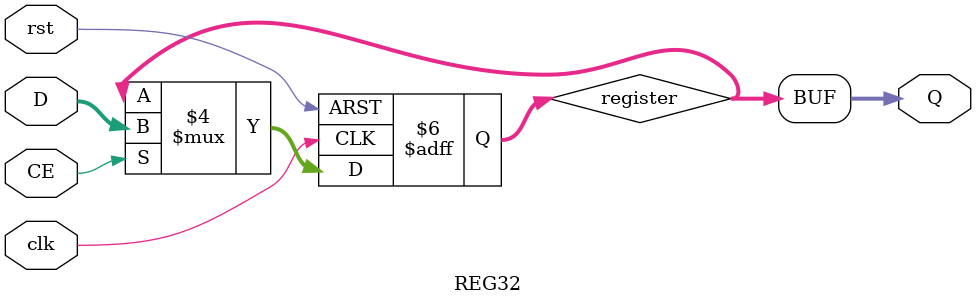
<source format=v>
`timescale 1ns / 1ps
module REG32(
		input clk,
		input rst,
		input CE,
		input [31:0] D,
		output [31:0] Q
    );
	 
	reg [31:0] register;
	assign Q = register;
	
	always@(posedge clk or posedge rst)
	begin
		if(rst == 1)
			register <= 32'b0;
		else if(CE == 1)
			register <= D;
	end

endmodule

</source>
